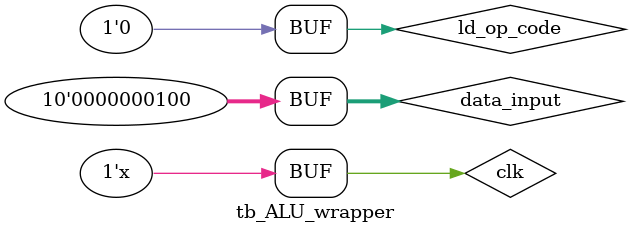
<source format=v>
`timescale 1ps/1ps //Always include this 

module tb_ALU_wrapper(); //must match name of file and don't forget endmodule

	reg clk; 
	reg [9:0] data_input;
	reg ld_op_code;
	reg ld_src; 
	reg ld_dest; 
	
	wire [4:0] Flags;
	wire [15:0] Out;
	
//declare test module
//module name, variable name, portmapping
//original or verilog file name of variable(test bench variable)

ALU_wrapper uut(
	.clk(clk),
	.data_input(data_input),
	.ld_op_code(ld_op_code),
	.ld_src(ld_src), 
	.ld_dest(ld_dest),
	.Flags(Flags),
	.Out(Out)
	);
	
	

initial begin

	$display("Starting ALU Wrapper Testbench");
	clk = 0; 
	
	// OR Operation
	ld_op_code = 0; 
	data_input = 10'b0000000100; 
	#10;
	
end

always #5 clk = ~clk;

endmodule

</source>
